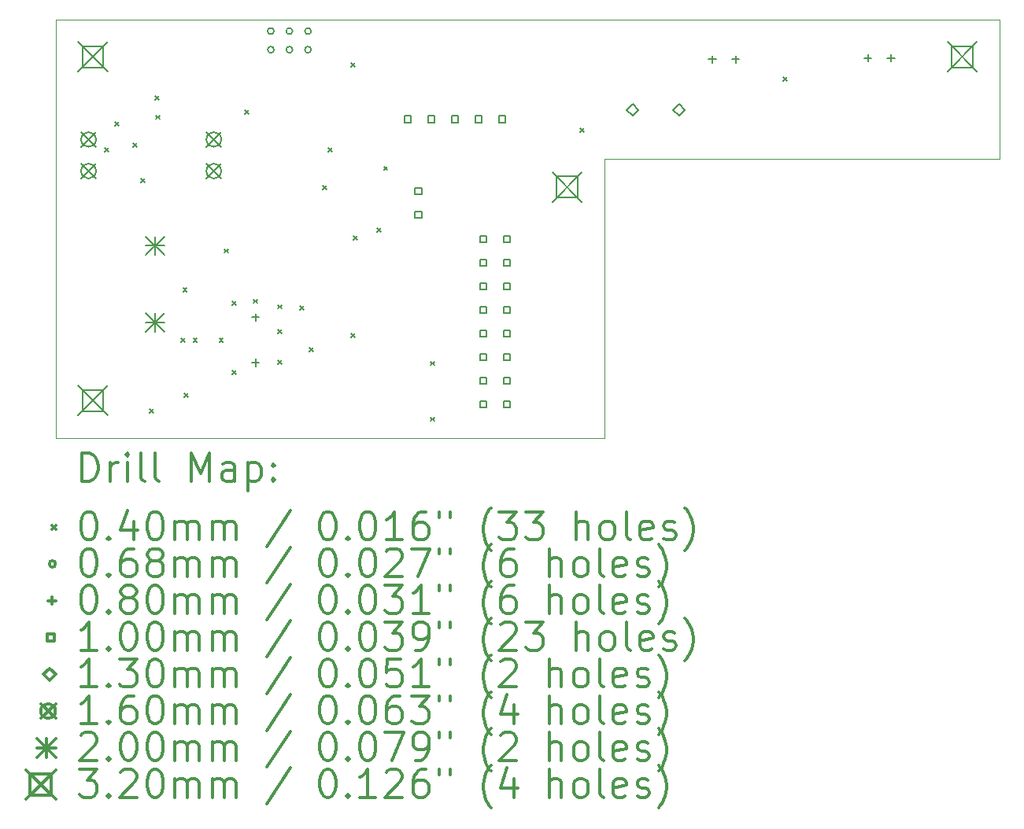
<source format=gbr>
%FSLAX45Y45*%
G04 Gerber Fmt 4.5, Leading zero omitted, Abs format (unit mm)*
G04 Created by KiCad (PCBNEW (5.1.2)-1) date 2022-03-08 20:04:27*
%MOMM*%
%LPD*%
G04 APERTURE LIST*
%ADD10C,0.050000*%
%ADD11C,0.200000*%
%ADD12C,0.300000*%
G04 APERTURE END LIST*
D10*
X21150000Y-6700000D02*
X21150000Y-8200000D01*
X11000000Y-11200000D02*
X16900000Y-11200000D01*
X16900000Y-8200000D02*
X16900000Y-11200000D01*
X21150000Y-8200000D02*
X16900000Y-8200000D01*
X21150000Y-6700000D02*
X11000000Y-6700000D01*
X11000000Y-6700000D02*
X11000000Y-11200000D01*
D11*
X11530000Y-8080000D02*
X11570000Y-8120000D01*
X11570000Y-8080000D02*
X11530000Y-8120000D01*
X11638600Y-7803200D02*
X11678600Y-7843200D01*
X11678600Y-7803200D02*
X11638600Y-7843200D01*
X11830000Y-8030000D02*
X11870000Y-8070000D01*
X11870000Y-8030000D02*
X11830000Y-8070000D01*
X11918000Y-8412800D02*
X11958000Y-8452800D01*
X11958000Y-8412800D02*
X11918000Y-8452800D01*
X12012300Y-10894700D02*
X12052300Y-10934700D01*
X12052300Y-10894700D02*
X12012300Y-10934700D01*
X12071635Y-7520741D02*
X12111635Y-7560741D01*
X12111635Y-7520741D02*
X12071635Y-7560741D01*
X12080000Y-7730000D02*
X12120000Y-7770000D01*
X12120000Y-7730000D02*
X12080000Y-7770000D01*
X12350000Y-10130000D02*
X12390000Y-10170000D01*
X12390000Y-10130000D02*
X12350000Y-10170000D01*
X12370000Y-9590000D02*
X12410000Y-9630000D01*
X12410000Y-9590000D02*
X12370000Y-9630000D01*
X12380000Y-10720000D02*
X12420000Y-10760000D01*
X12420000Y-10720000D02*
X12380000Y-10760000D01*
X12478948Y-10131052D02*
X12518948Y-10171052D01*
X12518948Y-10131052D02*
X12478948Y-10171052D01*
X12760000Y-10130000D02*
X12800000Y-10170000D01*
X12800000Y-10130000D02*
X12760000Y-10170000D01*
X12812068Y-9170000D02*
X12852068Y-9210000D01*
X12852068Y-9170000D02*
X12812068Y-9210000D01*
X12900000Y-9730000D02*
X12940000Y-9770000D01*
X12940000Y-9730000D02*
X12900000Y-9770000D01*
X12900000Y-10480000D02*
X12940000Y-10520000D01*
X12940000Y-10480000D02*
X12900000Y-10520000D01*
X13035195Y-7674805D02*
X13075195Y-7714805D01*
X13075195Y-7674805D02*
X13035195Y-7714805D01*
X13130000Y-9710000D02*
X13170000Y-9750000D01*
X13170000Y-9710000D02*
X13130000Y-9750000D01*
X13390000Y-9770000D02*
X13430000Y-9810000D01*
X13430000Y-9770000D02*
X13390000Y-9810000D01*
X13390000Y-10040000D02*
X13430000Y-10080000D01*
X13430000Y-10040000D02*
X13390000Y-10080000D01*
X13390000Y-10370000D02*
X13430000Y-10410000D01*
X13430000Y-10370000D02*
X13390000Y-10410000D01*
X13630000Y-9780000D02*
X13670000Y-9820000D01*
X13670000Y-9780000D02*
X13630000Y-9820000D01*
X13730000Y-10230000D02*
X13770000Y-10270000D01*
X13770000Y-10230000D02*
X13730000Y-10270000D01*
X13873800Y-8489000D02*
X13913800Y-8529000D01*
X13913800Y-8489000D02*
X13873800Y-8529000D01*
X13930000Y-8080000D02*
X13970000Y-8120000D01*
X13970000Y-8080000D02*
X13930000Y-8120000D01*
X14178600Y-7168200D02*
X14218600Y-7208200D01*
X14218600Y-7168200D02*
X14178600Y-7208200D01*
X14180000Y-10080000D02*
X14220000Y-10120000D01*
X14220000Y-10080000D02*
X14180000Y-10120000D01*
X14201387Y-9029452D02*
X14241387Y-9069452D01*
X14241387Y-9029452D02*
X14201387Y-9069452D01*
X14458000Y-8946200D02*
X14498000Y-8986200D01*
X14498000Y-8946200D02*
X14458000Y-8986200D01*
X14529808Y-8279812D02*
X14569808Y-8319812D01*
X14569808Y-8279812D02*
X14529808Y-8319812D01*
X15030000Y-10380000D02*
X15070000Y-10420000D01*
X15070000Y-10380000D02*
X15030000Y-10420000D01*
X15030000Y-10980000D02*
X15070000Y-11020000D01*
X15070000Y-10980000D02*
X15030000Y-11020000D01*
X16642400Y-7866780D02*
X16682400Y-7906780D01*
X16682400Y-7866780D02*
X16642400Y-7906780D01*
X18826800Y-7320600D02*
X18866800Y-7360600D01*
X18866800Y-7320600D02*
X18826800Y-7360600D01*
X13347308Y-6823024D02*
G75*
G03X13347308Y-6823024I-34000J0D01*
G01*
X13347308Y-7023024D02*
G75*
G03X13347308Y-7023024I-34000J0D01*
G01*
X13547308Y-6823024D02*
G75*
G03X13547308Y-6823024I-34000J0D01*
G01*
X13547308Y-7023024D02*
G75*
G03X13547308Y-7023024I-34000J0D01*
G01*
X13747308Y-6823024D02*
G75*
G03X13747308Y-6823024I-34000J0D01*
G01*
X13747308Y-7023024D02*
G75*
G03X13747308Y-7023024I-34000J0D01*
G01*
X13148056Y-9863460D02*
X13148056Y-9943460D01*
X13108056Y-9903460D02*
X13188056Y-9903460D01*
X13148056Y-10351460D02*
X13148056Y-10431460D01*
X13108056Y-10391460D02*
X13188056Y-10391460D01*
X19735800Y-7072000D02*
X19735800Y-7152000D01*
X19695800Y-7112000D02*
X19775800Y-7112000D01*
X19985800Y-7072000D02*
X19985800Y-7152000D01*
X19945800Y-7112000D02*
X20025800Y-7112000D01*
X18063400Y-7087240D02*
X18063400Y-7167240D01*
X18023400Y-7127240D02*
X18103400Y-7127240D01*
X18313400Y-7087240D02*
X18313400Y-7167240D01*
X18273400Y-7127240D02*
X18353400Y-7127240D01*
X14935356Y-8581356D02*
X14935356Y-8510644D01*
X14864644Y-8510644D01*
X14864644Y-8581356D01*
X14935356Y-8581356D01*
X14935356Y-8835356D02*
X14935356Y-8764644D01*
X14864644Y-8764644D01*
X14864644Y-8835356D01*
X14935356Y-8835356D01*
X14822220Y-7806232D02*
X14822220Y-7735520D01*
X14751508Y-7735520D01*
X14751508Y-7806232D01*
X14822220Y-7806232D01*
X15076220Y-7806232D02*
X15076220Y-7735520D01*
X15005508Y-7735520D01*
X15005508Y-7806232D01*
X15076220Y-7806232D01*
X15330220Y-7806232D02*
X15330220Y-7735520D01*
X15259508Y-7735520D01*
X15259508Y-7806232D01*
X15330220Y-7806232D01*
X15584220Y-7806232D02*
X15584220Y-7735520D01*
X15513508Y-7735520D01*
X15513508Y-7806232D01*
X15584220Y-7806232D01*
X15838220Y-7806232D02*
X15838220Y-7735520D01*
X15767508Y-7735520D01*
X15767508Y-7806232D01*
X15838220Y-7806232D01*
X15635356Y-9095536D02*
X15635356Y-9024824D01*
X15564644Y-9024824D01*
X15564644Y-9095536D01*
X15635356Y-9095536D01*
X15635356Y-9349536D02*
X15635356Y-9278824D01*
X15564644Y-9278824D01*
X15564644Y-9349536D01*
X15635356Y-9349536D01*
X15635356Y-9603536D02*
X15635356Y-9532824D01*
X15564644Y-9532824D01*
X15564644Y-9603536D01*
X15635356Y-9603536D01*
X15635356Y-9857536D02*
X15635356Y-9786824D01*
X15564644Y-9786824D01*
X15564644Y-9857536D01*
X15635356Y-9857536D01*
X15635356Y-10111536D02*
X15635356Y-10040824D01*
X15564644Y-10040824D01*
X15564644Y-10111536D01*
X15635356Y-10111536D01*
X15635356Y-10365536D02*
X15635356Y-10294824D01*
X15564644Y-10294824D01*
X15564644Y-10365536D01*
X15635356Y-10365536D01*
X15635356Y-10619536D02*
X15635356Y-10548824D01*
X15564644Y-10548824D01*
X15564644Y-10619536D01*
X15635356Y-10619536D01*
X15635356Y-10873536D02*
X15635356Y-10802824D01*
X15564644Y-10802824D01*
X15564644Y-10873536D01*
X15635356Y-10873536D01*
X15889356Y-9095536D02*
X15889356Y-9024824D01*
X15818644Y-9024824D01*
X15818644Y-9095536D01*
X15889356Y-9095536D01*
X15889356Y-9349536D02*
X15889356Y-9278824D01*
X15818644Y-9278824D01*
X15818644Y-9349536D01*
X15889356Y-9349536D01*
X15889356Y-9603536D02*
X15889356Y-9532824D01*
X15818644Y-9532824D01*
X15818644Y-9603536D01*
X15889356Y-9603536D01*
X15889356Y-9857536D02*
X15889356Y-9786824D01*
X15818644Y-9786824D01*
X15818644Y-9857536D01*
X15889356Y-9857536D01*
X15889356Y-10111536D02*
X15889356Y-10040824D01*
X15818644Y-10040824D01*
X15818644Y-10111536D01*
X15889356Y-10111536D01*
X15889356Y-10365536D02*
X15889356Y-10294824D01*
X15818644Y-10294824D01*
X15818644Y-10365536D01*
X15889356Y-10365536D01*
X15889356Y-10619536D02*
X15889356Y-10548824D01*
X15818644Y-10548824D01*
X15818644Y-10619536D01*
X15889356Y-10619536D01*
X15889356Y-10873536D02*
X15889356Y-10802824D01*
X15818644Y-10802824D01*
X15818644Y-10873536D01*
X15889356Y-10873536D01*
X17203800Y-7735800D02*
X17268800Y-7670800D01*
X17203800Y-7605800D01*
X17138800Y-7670800D01*
X17203800Y-7735800D01*
X17703800Y-7735800D02*
X17768800Y-7670800D01*
X17703800Y-7605800D01*
X17638800Y-7670800D01*
X17703800Y-7735800D01*
X11272892Y-7909496D02*
X11432892Y-8069496D01*
X11432892Y-7909496D02*
X11272892Y-8069496D01*
X11432892Y-7989496D02*
G75*
G03X11432892Y-7989496I-80000J0D01*
G01*
X11272892Y-8249496D02*
X11432892Y-8409496D01*
X11432892Y-8249496D02*
X11272892Y-8409496D01*
X11432892Y-8329496D02*
G75*
G03X11432892Y-8329496I-80000J0D01*
G01*
X12619892Y-7909496D02*
X12779892Y-8069496D01*
X12779892Y-7909496D02*
X12619892Y-8069496D01*
X12779892Y-7989496D02*
G75*
G03X12779892Y-7989496I-80000J0D01*
G01*
X12619892Y-8249496D02*
X12779892Y-8409496D01*
X12779892Y-8249496D02*
X12619892Y-8409496D01*
X12779892Y-8329496D02*
G75*
G03X12779892Y-8329496I-80000J0D01*
G01*
X11968556Y-9032816D02*
X12168556Y-9232816D01*
X12168556Y-9032816D02*
X11968556Y-9232816D01*
X12068556Y-9032816D02*
X12068556Y-9232816D01*
X11968556Y-9132816D02*
X12168556Y-9132816D01*
X11968556Y-9857816D02*
X12168556Y-10057816D01*
X12168556Y-9857816D02*
X11968556Y-10057816D01*
X12068556Y-9857816D02*
X12068556Y-10057816D01*
X11968556Y-9957816D02*
X12168556Y-9957816D01*
X11240000Y-10640000D02*
X11560000Y-10960000D01*
X11560000Y-10640000D02*
X11240000Y-10960000D01*
X11513138Y-10913138D02*
X11513138Y-10686862D01*
X11286862Y-10686862D01*
X11286862Y-10913138D01*
X11513138Y-10913138D01*
X20590000Y-6940000D02*
X20910000Y-7260000D01*
X20910000Y-6940000D02*
X20590000Y-7260000D01*
X20863138Y-7213138D02*
X20863138Y-6986862D01*
X20636862Y-6986862D01*
X20636862Y-7213138D01*
X20863138Y-7213138D01*
X16340000Y-8340000D02*
X16660000Y-8660000D01*
X16660000Y-8340000D02*
X16340000Y-8660000D01*
X16613138Y-8613138D02*
X16613138Y-8386862D01*
X16386862Y-8386862D01*
X16386862Y-8613138D01*
X16613138Y-8613138D01*
X11240000Y-6940000D02*
X11560000Y-7260000D01*
X11560000Y-6940000D02*
X11240000Y-7260000D01*
X11513138Y-7213138D02*
X11513138Y-6986862D01*
X11286862Y-6986862D01*
X11286862Y-7213138D01*
X11513138Y-7213138D01*
D12*
X11283928Y-11668214D02*
X11283928Y-11368214D01*
X11355357Y-11368214D01*
X11398214Y-11382500D01*
X11426786Y-11411071D01*
X11441071Y-11439643D01*
X11455357Y-11496786D01*
X11455357Y-11539643D01*
X11441071Y-11596786D01*
X11426786Y-11625357D01*
X11398214Y-11653929D01*
X11355357Y-11668214D01*
X11283928Y-11668214D01*
X11583928Y-11668214D02*
X11583928Y-11468214D01*
X11583928Y-11525357D02*
X11598214Y-11496786D01*
X11612500Y-11482500D01*
X11641071Y-11468214D01*
X11669643Y-11468214D01*
X11769643Y-11668214D02*
X11769643Y-11468214D01*
X11769643Y-11368214D02*
X11755357Y-11382500D01*
X11769643Y-11396786D01*
X11783928Y-11382500D01*
X11769643Y-11368214D01*
X11769643Y-11396786D01*
X11955357Y-11668214D02*
X11926786Y-11653929D01*
X11912500Y-11625357D01*
X11912500Y-11368214D01*
X12112500Y-11668214D02*
X12083928Y-11653929D01*
X12069643Y-11625357D01*
X12069643Y-11368214D01*
X12455357Y-11668214D02*
X12455357Y-11368214D01*
X12555357Y-11582500D01*
X12655357Y-11368214D01*
X12655357Y-11668214D01*
X12926786Y-11668214D02*
X12926786Y-11511071D01*
X12912500Y-11482500D01*
X12883928Y-11468214D01*
X12826786Y-11468214D01*
X12798214Y-11482500D01*
X12926786Y-11653929D02*
X12898214Y-11668214D01*
X12826786Y-11668214D01*
X12798214Y-11653929D01*
X12783928Y-11625357D01*
X12783928Y-11596786D01*
X12798214Y-11568214D01*
X12826786Y-11553929D01*
X12898214Y-11553929D01*
X12926786Y-11539643D01*
X13069643Y-11468214D02*
X13069643Y-11768214D01*
X13069643Y-11482500D02*
X13098214Y-11468214D01*
X13155357Y-11468214D01*
X13183928Y-11482500D01*
X13198214Y-11496786D01*
X13212500Y-11525357D01*
X13212500Y-11611071D01*
X13198214Y-11639643D01*
X13183928Y-11653929D01*
X13155357Y-11668214D01*
X13098214Y-11668214D01*
X13069643Y-11653929D01*
X13341071Y-11639643D02*
X13355357Y-11653929D01*
X13341071Y-11668214D01*
X13326786Y-11653929D01*
X13341071Y-11639643D01*
X13341071Y-11668214D01*
X13341071Y-11482500D02*
X13355357Y-11496786D01*
X13341071Y-11511071D01*
X13326786Y-11496786D01*
X13341071Y-11482500D01*
X13341071Y-11511071D01*
X10957500Y-12142500D02*
X10997500Y-12182500D01*
X10997500Y-12142500D02*
X10957500Y-12182500D01*
X11341071Y-11998214D02*
X11369643Y-11998214D01*
X11398214Y-12012500D01*
X11412500Y-12026786D01*
X11426786Y-12055357D01*
X11441071Y-12112500D01*
X11441071Y-12183929D01*
X11426786Y-12241071D01*
X11412500Y-12269643D01*
X11398214Y-12283929D01*
X11369643Y-12298214D01*
X11341071Y-12298214D01*
X11312500Y-12283929D01*
X11298214Y-12269643D01*
X11283928Y-12241071D01*
X11269643Y-12183929D01*
X11269643Y-12112500D01*
X11283928Y-12055357D01*
X11298214Y-12026786D01*
X11312500Y-12012500D01*
X11341071Y-11998214D01*
X11569643Y-12269643D02*
X11583928Y-12283929D01*
X11569643Y-12298214D01*
X11555357Y-12283929D01*
X11569643Y-12269643D01*
X11569643Y-12298214D01*
X11841071Y-12098214D02*
X11841071Y-12298214D01*
X11769643Y-11983929D02*
X11698214Y-12198214D01*
X11883928Y-12198214D01*
X12055357Y-11998214D02*
X12083928Y-11998214D01*
X12112500Y-12012500D01*
X12126786Y-12026786D01*
X12141071Y-12055357D01*
X12155357Y-12112500D01*
X12155357Y-12183929D01*
X12141071Y-12241071D01*
X12126786Y-12269643D01*
X12112500Y-12283929D01*
X12083928Y-12298214D01*
X12055357Y-12298214D01*
X12026786Y-12283929D01*
X12012500Y-12269643D01*
X11998214Y-12241071D01*
X11983928Y-12183929D01*
X11983928Y-12112500D01*
X11998214Y-12055357D01*
X12012500Y-12026786D01*
X12026786Y-12012500D01*
X12055357Y-11998214D01*
X12283928Y-12298214D02*
X12283928Y-12098214D01*
X12283928Y-12126786D02*
X12298214Y-12112500D01*
X12326786Y-12098214D01*
X12369643Y-12098214D01*
X12398214Y-12112500D01*
X12412500Y-12141071D01*
X12412500Y-12298214D01*
X12412500Y-12141071D02*
X12426786Y-12112500D01*
X12455357Y-12098214D01*
X12498214Y-12098214D01*
X12526786Y-12112500D01*
X12541071Y-12141071D01*
X12541071Y-12298214D01*
X12683928Y-12298214D02*
X12683928Y-12098214D01*
X12683928Y-12126786D02*
X12698214Y-12112500D01*
X12726786Y-12098214D01*
X12769643Y-12098214D01*
X12798214Y-12112500D01*
X12812500Y-12141071D01*
X12812500Y-12298214D01*
X12812500Y-12141071D02*
X12826786Y-12112500D01*
X12855357Y-12098214D01*
X12898214Y-12098214D01*
X12926786Y-12112500D01*
X12941071Y-12141071D01*
X12941071Y-12298214D01*
X13526786Y-11983929D02*
X13269643Y-12369643D01*
X13912500Y-11998214D02*
X13941071Y-11998214D01*
X13969643Y-12012500D01*
X13983928Y-12026786D01*
X13998214Y-12055357D01*
X14012500Y-12112500D01*
X14012500Y-12183929D01*
X13998214Y-12241071D01*
X13983928Y-12269643D01*
X13969643Y-12283929D01*
X13941071Y-12298214D01*
X13912500Y-12298214D01*
X13883928Y-12283929D01*
X13869643Y-12269643D01*
X13855357Y-12241071D01*
X13841071Y-12183929D01*
X13841071Y-12112500D01*
X13855357Y-12055357D01*
X13869643Y-12026786D01*
X13883928Y-12012500D01*
X13912500Y-11998214D01*
X14141071Y-12269643D02*
X14155357Y-12283929D01*
X14141071Y-12298214D01*
X14126786Y-12283929D01*
X14141071Y-12269643D01*
X14141071Y-12298214D01*
X14341071Y-11998214D02*
X14369643Y-11998214D01*
X14398214Y-12012500D01*
X14412500Y-12026786D01*
X14426786Y-12055357D01*
X14441071Y-12112500D01*
X14441071Y-12183929D01*
X14426786Y-12241071D01*
X14412500Y-12269643D01*
X14398214Y-12283929D01*
X14369643Y-12298214D01*
X14341071Y-12298214D01*
X14312500Y-12283929D01*
X14298214Y-12269643D01*
X14283928Y-12241071D01*
X14269643Y-12183929D01*
X14269643Y-12112500D01*
X14283928Y-12055357D01*
X14298214Y-12026786D01*
X14312500Y-12012500D01*
X14341071Y-11998214D01*
X14726786Y-12298214D02*
X14555357Y-12298214D01*
X14641071Y-12298214D02*
X14641071Y-11998214D01*
X14612500Y-12041071D01*
X14583928Y-12069643D01*
X14555357Y-12083929D01*
X14983928Y-11998214D02*
X14926786Y-11998214D01*
X14898214Y-12012500D01*
X14883928Y-12026786D01*
X14855357Y-12069643D01*
X14841071Y-12126786D01*
X14841071Y-12241071D01*
X14855357Y-12269643D01*
X14869643Y-12283929D01*
X14898214Y-12298214D01*
X14955357Y-12298214D01*
X14983928Y-12283929D01*
X14998214Y-12269643D01*
X15012500Y-12241071D01*
X15012500Y-12169643D01*
X14998214Y-12141071D01*
X14983928Y-12126786D01*
X14955357Y-12112500D01*
X14898214Y-12112500D01*
X14869643Y-12126786D01*
X14855357Y-12141071D01*
X14841071Y-12169643D01*
X15126786Y-11998214D02*
X15126786Y-12055357D01*
X15241071Y-11998214D02*
X15241071Y-12055357D01*
X15683928Y-12412500D02*
X15669643Y-12398214D01*
X15641071Y-12355357D01*
X15626786Y-12326786D01*
X15612500Y-12283929D01*
X15598214Y-12212500D01*
X15598214Y-12155357D01*
X15612500Y-12083929D01*
X15626786Y-12041071D01*
X15641071Y-12012500D01*
X15669643Y-11969643D01*
X15683928Y-11955357D01*
X15769643Y-11998214D02*
X15955357Y-11998214D01*
X15855357Y-12112500D01*
X15898214Y-12112500D01*
X15926786Y-12126786D01*
X15941071Y-12141071D01*
X15955357Y-12169643D01*
X15955357Y-12241071D01*
X15941071Y-12269643D01*
X15926786Y-12283929D01*
X15898214Y-12298214D01*
X15812500Y-12298214D01*
X15783928Y-12283929D01*
X15769643Y-12269643D01*
X16055357Y-11998214D02*
X16241071Y-11998214D01*
X16141071Y-12112500D01*
X16183928Y-12112500D01*
X16212500Y-12126786D01*
X16226786Y-12141071D01*
X16241071Y-12169643D01*
X16241071Y-12241071D01*
X16226786Y-12269643D01*
X16212500Y-12283929D01*
X16183928Y-12298214D01*
X16098214Y-12298214D01*
X16069643Y-12283929D01*
X16055357Y-12269643D01*
X16598214Y-12298214D02*
X16598214Y-11998214D01*
X16726786Y-12298214D02*
X16726786Y-12141071D01*
X16712500Y-12112500D01*
X16683928Y-12098214D01*
X16641071Y-12098214D01*
X16612500Y-12112500D01*
X16598214Y-12126786D01*
X16912500Y-12298214D02*
X16883928Y-12283929D01*
X16869643Y-12269643D01*
X16855357Y-12241071D01*
X16855357Y-12155357D01*
X16869643Y-12126786D01*
X16883928Y-12112500D01*
X16912500Y-12098214D01*
X16955357Y-12098214D01*
X16983928Y-12112500D01*
X16998214Y-12126786D01*
X17012500Y-12155357D01*
X17012500Y-12241071D01*
X16998214Y-12269643D01*
X16983928Y-12283929D01*
X16955357Y-12298214D01*
X16912500Y-12298214D01*
X17183928Y-12298214D02*
X17155357Y-12283929D01*
X17141071Y-12255357D01*
X17141071Y-11998214D01*
X17412500Y-12283929D02*
X17383928Y-12298214D01*
X17326786Y-12298214D01*
X17298214Y-12283929D01*
X17283928Y-12255357D01*
X17283928Y-12141071D01*
X17298214Y-12112500D01*
X17326786Y-12098214D01*
X17383928Y-12098214D01*
X17412500Y-12112500D01*
X17426786Y-12141071D01*
X17426786Y-12169643D01*
X17283928Y-12198214D01*
X17541071Y-12283929D02*
X17569643Y-12298214D01*
X17626786Y-12298214D01*
X17655357Y-12283929D01*
X17669643Y-12255357D01*
X17669643Y-12241071D01*
X17655357Y-12212500D01*
X17626786Y-12198214D01*
X17583928Y-12198214D01*
X17555357Y-12183929D01*
X17541071Y-12155357D01*
X17541071Y-12141071D01*
X17555357Y-12112500D01*
X17583928Y-12098214D01*
X17626786Y-12098214D01*
X17655357Y-12112500D01*
X17769643Y-12412500D02*
X17783928Y-12398214D01*
X17812500Y-12355357D01*
X17826786Y-12326786D01*
X17841071Y-12283929D01*
X17855357Y-12212500D01*
X17855357Y-12155357D01*
X17841071Y-12083929D01*
X17826786Y-12041071D01*
X17812500Y-12012500D01*
X17783928Y-11969643D01*
X17769643Y-11955357D01*
X10997500Y-12558500D02*
G75*
G03X10997500Y-12558500I-34000J0D01*
G01*
X11341071Y-12394214D02*
X11369643Y-12394214D01*
X11398214Y-12408500D01*
X11412500Y-12422786D01*
X11426786Y-12451357D01*
X11441071Y-12508500D01*
X11441071Y-12579929D01*
X11426786Y-12637071D01*
X11412500Y-12665643D01*
X11398214Y-12679929D01*
X11369643Y-12694214D01*
X11341071Y-12694214D01*
X11312500Y-12679929D01*
X11298214Y-12665643D01*
X11283928Y-12637071D01*
X11269643Y-12579929D01*
X11269643Y-12508500D01*
X11283928Y-12451357D01*
X11298214Y-12422786D01*
X11312500Y-12408500D01*
X11341071Y-12394214D01*
X11569643Y-12665643D02*
X11583928Y-12679929D01*
X11569643Y-12694214D01*
X11555357Y-12679929D01*
X11569643Y-12665643D01*
X11569643Y-12694214D01*
X11841071Y-12394214D02*
X11783928Y-12394214D01*
X11755357Y-12408500D01*
X11741071Y-12422786D01*
X11712500Y-12465643D01*
X11698214Y-12522786D01*
X11698214Y-12637071D01*
X11712500Y-12665643D01*
X11726786Y-12679929D01*
X11755357Y-12694214D01*
X11812500Y-12694214D01*
X11841071Y-12679929D01*
X11855357Y-12665643D01*
X11869643Y-12637071D01*
X11869643Y-12565643D01*
X11855357Y-12537071D01*
X11841071Y-12522786D01*
X11812500Y-12508500D01*
X11755357Y-12508500D01*
X11726786Y-12522786D01*
X11712500Y-12537071D01*
X11698214Y-12565643D01*
X12041071Y-12522786D02*
X12012500Y-12508500D01*
X11998214Y-12494214D01*
X11983928Y-12465643D01*
X11983928Y-12451357D01*
X11998214Y-12422786D01*
X12012500Y-12408500D01*
X12041071Y-12394214D01*
X12098214Y-12394214D01*
X12126786Y-12408500D01*
X12141071Y-12422786D01*
X12155357Y-12451357D01*
X12155357Y-12465643D01*
X12141071Y-12494214D01*
X12126786Y-12508500D01*
X12098214Y-12522786D01*
X12041071Y-12522786D01*
X12012500Y-12537071D01*
X11998214Y-12551357D01*
X11983928Y-12579929D01*
X11983928Y-12637071D01*
X11998214Y-12665643D01*
X12012500Y-12679929D01*
X12041071Y-12694214D01*
X12098214Y-12694214D01*
X12126786Y-12679929D01*
X12141071Y-12665643D01*
X12155357Y-12637071D01*
X12155357Y-12579929D01*
X12141071Y-12551357D01*
X12126786Y-12537071D01*
X12098214Y-12522786D01*
X12283928Y-12694214D02*
X12283928Y-12494214D01*
X12283928Y-12522786D02*
X12298214Y-12508500D01*
X12326786Y-12494214D01*
X12369643Y-12494214D01*
X12398214Y-12508500D01*
X12412500Y-12537071D01*
X12412500Y-12694214D01*
X12412500Y-12537071D02*
X12426786Y-12508500D01*
X12455357Y-12494214D01*
X12498214Y-12494214D01*
X12526786Y-12508500D01*
X12541071Y-12537071D01*
X12541071Y-12694214D01*
X12683928Y-12694214D02*
X12683928Y-12494214D01*
X12683928Y-12522786D02*
X12698214Y-12508500D01*
X12726786Y-12494214D01*
X12769643Y-12494214D01*
X12798214Y-12508500D01*
X12812500Y-12537071D01*
X12812500Y-12694214D01*
X12812500Y-12537071D02*
X12826786Y-12508500D01*
X12855357Y-12494214D01*
X12898214Y-12494214D01*
X12926786Y-12508500D01*
X12941071Y-12537071D01*
X12941071Y-12694214D01*
X13526786Y-12379929D02*
X13269643Y-12765643D01*
X13912500Y-12394214D02*
X13941071Y-12394214D01*
X13969643Y-12408500D01*
X13983928Y-12422786D01*
X13998214Y-12451357D01*
X14012500Y-12508500D01*
X14012500Y-12579929D01*
X13998214Y-12637071D01*
X13983928Y-12665643D01*
X13969643Y-12679929D01*
X13941071Y-12694214D01*
X13912500Y-12694214D01*
X13883928Y-12679929D01*
X13869643Y-12665643D01*
X13855357Y-12637071D01*
X13841071Y-12579929D01*
X13841071Y-12508500D01*
X13855357Y-12451357D01*
X13869643Y-12422786D01*
X13883928Y-12408500D01*
X13912500Y-12394214D01*
X14141071Y-12665643D02*
X14155357Y-12679929D01*
X14141071Y-12694214D01*
X14126786Y-12679929D01*
X14141071Y-12665643D01*
X14141071Y-12694214D01*
X14341071Y-12394214D02*
X14369643Y-12394214D01*
X14398214Y-12408500D01*
X14412500Y-12422786D01*
X14426786Y-12451357D01*
X14441071Y-12508500D01*
X14441071Y-12579929D01*
X14426786Y-12637071D01*
X14412500Y-12665643D01*
X14398214Y-12679929D01*
X14369643Y-12694214D01*
X14341071Y-12694214D01*
X14312500Y-12679929D01*
X14298214Y-12665643D01*
X14283928Y-12637071D01*
X14269643Y-12579929D01*
X14269643Y-12508500D01*
X14283928Y-12451357D01*
X14298214Y-12422786D01*
X14312500Y-12408500D01*
X14341071Y-12394214D01*
X14555357Y-12422786D02*
X14569643Y-12408500D01*
X14598214Y-12394214D01*
X14669643Y-12394214D01*
X14698214Y-12408500D01*
X14712500Y-12422786D01*
X14726786Y-12451357D01*
X14726786Y-12479929D01*
X14712500Y-12522786D01*
X14541071Y-12694214D01*
X14726786Y-12694214D01*
X14826786Y-12394214D02*
X15026786Y-12394214D01*
X14898214Y-12694214D01*
X15126786Y-12394214D02*
X15126786Y-12451357D01*
X15241071Y-12394214D02*
X15241071Y-12451357D01*
X15683928Y-12808500D02*
X15669643Y-12794214D01*
X15641071Y-12751357D01*
X15626786Y-12722786D01*
X15612500Y-12679929D01*
X15598214Y-12608500D01*
X15598214Y-12551357D01*
X15612500Y-12479929D01*
X15626786Y-12437071D01*
X15641071Y-12408500D01*
X15669643Y-12365643D01*
X15683928Y-12351357D01*
X15926786Y-12394214D02*
X15869643Y-12394214D01*
X15841071Y-12408500D01*
X15826786Y-12422786D01*
X15798214Y-12465643D01*
X15783928Y-12522786D01*
X15783928Y-12637071D01*
X15798214Y-12665643D01*
X15812500Y-12679929D01*
X15841071Y-12694214D01*
X15898214Y-12694214D01*
X15926786Y-12679929D01*
X15941071Y-12665643D01*
X15955357Y-12637071D01*
X15955357Y-12565643D01*
X15941071Y-12537071D01*
X15926786Y-12522786D01*
X15898214Y-12508500D01*
X15841071Y-12508500D01*
X15812500Y-12522786D01*
X15798214Y-12537071D01*
X15783928Y-12565643D01*
X16312500Y-12694214D02*
X16312500Y-12394214D01*
X16441071Y-12694214D02*
X16441071Y-12537071D01*
X16426786Y-12508500D01*
X16398214Y-12494214D01*
X16355357Y-12494214D01*
X16326786Y-12508500D01*
X16312500Y-12522786D01*
X16626786Y-12694214D02*
X16598214Y-12679929D01*
X16583928Y-12665643D01*
X16569643Y-12637071D01*
X16569643Y-12551357D01*
X16583928Y-12522786D01*
X16598214Y-12508500D01*
X16626786Y-12494214D01*
X16669643Y-12494214D01*
X16698214Y-12508500D01*
X16712500Y-12522786D01*
X16726786Y-12551357D01*
X16726786Y-12637071D01*
X16712500Y-12665643D01*
X16698214Y-12679929D01*
X16669643Y-12694214D01*
X16626786Y-12694214D01*
X16898214Y-12694214D02*
X16869643Y-12679929D01*
X16855357Y-12651357D01*
X16855357Y-12394214D01*
X17126786Y-12679929D02*
X17098214Y-12694214D01*
X17041071Y-12694214D01*
X17012500Y-12679929D01*
X16998214Y-12651357D01*
X16998214Y-12537071D01*
X17012500Y-12508500D01*
X17041071Y-12494214D01*
X17098214Y-12494214D01*
X17126786Y-12508500D01*
X17141071Y-12537071D01*
X17141071Y-12565643D01*
X16998214Y-12594214D01*
X17255357Y-12679929D02*
X17283928Y-12694214D01*
X17341071Y-12694214D01*
X17369643Y-12679929D01*
X17383928Y-12651357D01*
X17383928Y-12637071D01*
X17369643Y-12608500D01*
X17341071Y-12594214D01*
X17298214Y-12594214D01*
X17269643Y-12579929D01*
X17255357Y-12551357D01*
X17255357Y-12537071D01*
X17269643Y-12508500D01*
X17298214Y-12494214D01*
X17341071Y-12494214D01*
X17369643Y-12508500D01*
X17483928Y-12808500D02*
X17498214Y-12794214D01*
X17526786Y-12751357D01*
X17541071Y-12722786D01*
X17555357Y-12679929D01*
X17569643Y-12608500D01*
X17569643Y-12551357D01*
X17555357Y-12479929D01*
X17541071Y-12437071D01*
X17526786Y-12408500D01*
X17498214Y-12365643D01*
X17483928Y-12351357D01*
X10957500Y-12914500D02*
X10957500Y-12994500D01*
X10917500Y-12954500D02*
X10997500Y-12954500D01*
X11341071Y-12790214D02*
X11369643Y-12790214D01*
X11398214Y-12804500D01*
X11412500Y-12818786D01*
X11426786Y-12847357D01*
X11441071Y-12904500D01*
X11441071Y-12975929D01*
X11426786Y-13033071D01*
X11412500Y-13061643D01*
X11398214Y-13075929D01*
X11369643Y-13090214D01*
X11341071Y-13090214D01*
X11312500Y-13075929D01*
X11298214Y-13061643D01*
X11283928Y-13033071D01*
X11269643Y-12975929D01*
X11269643Y-12904500D01*
X11283928Y-12847357D01*
X11298214Y-12818786D01*
X11312500Y-12804500D01*
X11341071Y-12790214D01*
X11569643Y-13061643D02*
X11583928Y-13075929D01*
X11569643Y-13090214D01*
X11555357Y-13075929D01*
X11569643Y-13061643D01*
X11569643Y-13090214D01*
X11755357Y-12918786D02*
X11726786Y-12904500D01*
X11712500Y-12890214D01*
X11698214Y-12861643D01*
X11698214Y-12847357D01*
X11712500Y-12818786D01*
X11726786Y-12804500D01*
X11755357Y-12790214D01*
X11812500Y-12790214D01*
X11841071Y-12804500D01*
X11855357Y-12818786D01*
X11869643Y-12847357D01*
X11869643Y-12861643D01*
X11855357Y-12890214D01*
X11841071Y-12904500D01*
X11812500Y-12918786D01*
X11755357Y-12918786D01*
X11726786Y-12933071D01*
X11712500Y-12947357D01*
X11698214Y-12975929D01*
X11698214Y-13033071D01*
X11712500Y-13061643D01*
X11726786Y-13075929D01*
X11755357Y-13090214D01*
X11812500Y-13090214D01*
X11841071Y-13075929D01*
X11855357Y-13061643D01*
X11869643Y-13033071D01*
X11869643Y-12975929D01*
X11855357Y-12947357D01*
X11841071Y-12933071D01*
X11812500Y-12918786D01*
X12055357Y-12790214D02*
X12083928Y-12790214D01*
X12112500Y-12804500D01*
X12126786Y-12818786D01*
X12141071Y-12847357D01*
X12155357Y-12904500D01*
X12155357Y-12975929D01*
X12141071Y-13033071D01*
X12126786Y-13061643D01*
X12112500Y-13075929D01*
X12083928Y-13090214D01*
X12055357Y-13090214D01*
X12026786Y-13075929D01*
X12012500Y-13061643D01*
X11998214Y-13033071D01*
X11983928Y-12975929D01*
X11983928Y-12904500D01*
X11998214Y-12847357D01*
X12012500Y-12818786D01*
X12026786Y-12804500D01*
X12055357Y-12790214D01*
X12283928Y-13090214D02*
X12283928Y-12890214D01*
X12283928Y-12918786D02*
X12298214Y-12904500D01*
X12326786Y-12890214D01*
X12369643Y-12890214D01*
X12398214Y-12904500D01*
X12412500Y-12933071D01*
X12412500Y-13090214D01*
X12412500Y-12933071D02*
X12426786Y-12904500D01*
X12455357Y-12890214D01*
X12498214Y-12890214D01*
X12526786Y-12904500D01*
X12541071Y-12933071D01*
X12541071Y-13090214D01*
X12683928Y-13090214D02*
X12683928Y-12890214D01*
X12683928Y-12918786D02*
X12698214Y-12904500D01*
X12726786Y-12890214D01*
X12769643Y-12890214D01*
X12798214Y-12904500D01*
X12812500Y-12933071D01*
X12812500Y-13090214D01*
X12812500Y-12933071D02*
X12826786Y-12904500D01*
X12855357Y-12890214D01*
X12898214Y-12890214D01*
X12926786Y-12904500D01*
X12941071Y-12933071D01*
X12941071Y-13090214D01*
X13526786Y-12775929D02*
X13269643Y-13161643D01*
X13912500Y-12790214D02*
X13941071Y-12790214D01*
X13969643Y-12804500D01*
X13983928Y-12818786D01*
X13998214Y-12847357D01*
X14012500Y-12904500D01*
X14012500Y-12975929D01*
X13998214Y-13033071D01*
X13983928Y-13061643D01*
X13969643Y-13075929D01*
X13941071Y-13090214D01*
X13912500Y-13090214D01*
X13883928Y-13075929D01*
X13869643Y-13061643D01*
X13855357Y-13033071D01*
X13841071Y-12975929D01*
X13841071Y-12904500D01*
X13855357Y-12847357D01*
X13869643Y-12818786D01*
X13883928Y-12804500D01*
X13912500Y-12790214D01*
X14141071Y-13061643D02*
X14155357Y-13075929D01*
X14141071Y-13090214D01*
X14126786Y-13075929D01*
X14141071Y-13061643D01*
X14141071Y-13090214D01*
X14341071Y-12790214D02*
X14369643Y-12790214D01*
X14398214Y-12804500D01*
X14412500Y-12818786D01*
X14426786Y-12847357D01*
X14441071Y-12904500D01*
X14441071Y-12975929D01*
X14426786Y-13033071D01*
X14412500Y-13061643D01*
X14398214Y-13075929D01*
X14369643Y-13090214D01*
X14341071Y-13090214D01*
X14312500Y-13075929D01*
X14298214Y-13061643D01*
X14283928Y-13033071D01*
X14269643Y-12975929D01*
X14269643Y-12904500D01*
X14283928Y-12847357D01*
X14298214Y-12818786D01*
X14312500Y-12804500D01*
X14341071Y-12790214D01*
X14541071Y-12790214D02*
X14726786Y-12790214D01*
X14626786Y-12904500D01*
X14669643Y-12904500D01*
X14698214Y-12918786D01*
X14712500Y-12933071D01*
X14726786Y-12961643D01*
X14726786Y-13033071D01*
X14712500Y-13061643D01*
X14698214Y-13075929D01*
X14669643Y-13090214D01*
X14583928Y-13090214D01*
X14555357Y-13075929D01*
X14541071Y-13061643D01*
X15012500Y-13090214D02*
X14841071Y-13090214D01*
X14926786Y-13090214D02*
X14926786Y-12790214D01*
X14898214Y-12833071D01*
X14869643Y-12861643D01*
X14841071Y-12875929D01*
X15126786Y-12790214D02*
X15126786Y-12847357D01*
X15241071Y-12790214D02*
X15241071Y-12847357D01*
X15683928Y-13204500D02*
X15669643Y-13190214D01*
X15641071Y-13147357D01*
X15626786Y-13118786D01*
X15612500Y-13075929D01*
X15598214Y-13004500D01*
X15598214Y-12947357D01*
X15612500Y-12875929D01*
X15626786Y-12833071D01*
X15641071Y-12804500D01*
X15669643Y-12761643D01*
X15683928Y-12747357D01*
X15926786Y-12790214D02*
X15869643Y-12790214D01*
X15841071Y-12804500D01*
X15826786Y-12818786D01*
X15798214Y-12861643D01*
X15783928Y-12918786D01*
X15783928Y-13033071D01*
X15798214Y-13061643D01*
X15812500Y-13075929D01*
X15841071Y-13090214D01*
X15898214Y-13090214D01*
X15926786Y-13075929D01*
X15941071Y-13061643D01*
X15955357Y-13033071D01*
X15955357Y-12961643D01*
X15941071Y-12933071D01*
X15926786Y-12918786D01*
X15898214Y-12904500D01*
X15841071Y-12904500D01*
X15812500Y-12918786D01*
X15798214Y-12933071D01*
X15783928Y-12961643D01*
X16312500Y-13090214D02*
X16312500Y-12790214D01*
X16441071Y-13090214D02*
X16441071Y-12933071D01*
X16426786Y-12904500D01*
X16398214Y-12890214D01*
X16355357Y-12890214D01*
X16326786Y-12904500D01*
X16312500Y-12918786D01*
X16626786Y-13090214D02*
X16598214Y-13075929D01*
X16583928Y-13061643D01*
X16569643Y-13033071D01*
X16569643Y-12947357D01*
X16583928Y-12918786D01*
X16598214Y-12904500D01*
X16626786Y-12890214D01*
X16669643Y-12890214D01*
X16698214Y-12904500D01*
X16712500Y-12918786D01*
X16726786Y-12947357D01*
X16726786Y-13033071D01*
X16712500Y-13061643D01*
X16698214Y-13075929D01*
X16669643Y-13090214D01*
X16626786Y-13090214D01*
X16898214Y-13090214D02*
X16869643Y-13075929D01*
X16855357Y-13047357D01*
X16855357Y-12790214D01*
X17126786Y-13075929D02*
X17098214Y-13090214D01*
X17041071Y-13090214D01*
X17012500Y-13075929D01*
X16998214Y-13047357D01*
X16998214Y-12933071D01*
X17012500Y-12904500D01*
X17041071Y-12890214D01*
X17098214Y-12890214D01*
X17126786Y-12904500D01*
X17141071Y-12933071D01*
X17141071Y-12961643D01*
X16998214Y-12990214D01*
X17255357Y-13075929D02*
X17283928Y-13090214D01*
X17341071Y-13090214D01*
X17369643Y-13075929D01*
X17383928Y-13047357D01*
X17383928Y-13033071D01*
X17369643Y-13004500D01*
X17341071Y-12990214D01*
X17298214Y-12990214D01*
X17269643Y-12975929D01*
X17255357Y-12947357D01*
X17255357Y-12933071D01*
X17269643Y-12904500D01*
X17298214Y-12890214D01*
X17341071Y-12890214D01*
X17369643Y-12904500D01*
X17483928Y-13204500D02*
X17498214Y-13190214D01*
X17526786Y-13147357D01*
X17541071Y-13118786D01*
X17555357Y-13075929D01*
X17569643Y-13004500D01*
X17569643Y-12947357D01*
X17555357Y-12875929D01*
X17541071Y-12833071D01*
X17526786Y-12804500D01*
X17498214Y-12761643D01*
X17483928Y-12747357D01*
X10982856Y-13385856D02*
X10982856Y-13315144D01*
X10912144Y-13315144D01*
X10912144Y-13385856D01*
X10982856Y-13385856D01*
X11441071Y-13486214D02*
X11269643Y-13486214D01*
X11355357Y-13486214D02*
X11355357Y-13186214D01*
X11326786Y-13229071D01*
X11298214Y-13257643D01*
X11269643Y-13271929D01*
X11569643Y-13457643D02*
X11583928Y-13471929D01*
X11569643Y-13486214D01*
X11555357Y-13471929D01*
X11569643Y-13457643D01*
X11569643Y-13486214D01*
X11769643Y-13186214D02*
X11798214Y-13186214D01*
X11826786Y-13200500D01*
X11841071Y-13214786D01*
X11855357Y-13243357D01*
X11869643Y-13300500D01*
X11869643Y-13371929D01*
X11855357Y-13429071D01*
X11841071Y-13457643D01*
X11826786Y-13471929D01*
X11798214Y-13486214D01*
X11769643Y-13486214D01*
X11741071Y-13471929D01*
X11726786Y-13457643D01*
X11712500Y-13429071D01*
X11698214Y-13371929D01*
X11698214Y-13300500D01*
X11712500Y-13243357D01*
X11726786Y-13214786D01*
X11741071Y-13200500D01*
X11769643Y-13186214D01*
X12055357Y-13186214D02*
X12083928Y-13186214D01*
X12112500Y-13200500D01*
X12126786Y-13214786D01*
X12141071Y-13243357D01*
X12155357Y-13300500D01*
X12155357Y-13371929D01*
X12141071Y-13429071D01*
X12126786Y-13457643D01*
X12112500Y-13471929D01*
X12083928Y-13486214D01*
X12055357Y-13486214D01*
X12026786Y-13471929D01*
X12012500Y-13457643D01*
X11998214Y-13429071D01*
X11983928Y-13371929D01*
X11983928Y-13300500D01*
X11998214Y-13243357D01*
X12012500Y-13214786D01*
X12026786Y-13200500D01*
X12055357Y-13186214D01*
X12283928Y-13486214D02*
X12283928Y-13286214D01*
X12283928Y-13314786D02*
X12298214Y-13300500D01*
X12326786Y-13286214D01*
X12369643Y-13286214D01*
X12398214Y-13300500D01*
X12412500Y-13329071D01*
X12412500Y-13486214D01*
X12412500Y-13329071D02*
X12426786Y-13300500D01*
X12455357Y-13286214D01*
X12498214Y-13286214D01*
X12526786Y-13300500D01*
X12541071Y-13329071D01*
X12541071Y-13486214D01*
X12683928Y-13486214D02*
X12683928Y-13286214D01*
X12683928Y-13314786D02*
X12698214Y-13300500D01*
X12726786Y-13286214D01*
X12769643Y-13286214D01*
X12798214Y-13300500D01*
X12812500Y-13329071D01*
X12812500Y-13486214D01*
X12812500Y-13329071D02*
X12826786Y-13300500D01*
X12855357Y-13286214D01*
X12898214Y-13286214D01*
X12926786Y-13300500D01*
X12941071Y-13329071D01*
X12941071Y-13486214D01*
X13526786Y-13171929D02*
X13269643Y-13557643D01*
X13912500Y-13186214D02*
X13941071Y-13186214D01*
X13969643Y-13200500D01*
X13983928Y-13214786D01*
X13998214Y-13243357D01*
X14012500Y-13300500D01*
X14012500Y-13371929D01*
X13998214Y-13429071D01*
X13983928Y-13457643D01*
X13969643Y-13471929D01*
X13941071Y-13486214D01*
X13912500Y-13486214D01*
X13883928Y-13471929D01*
X13869643Y-13457643D01*
X13855357Y-13429071D01*
X13841071Y-13371929D01*
X13841071Y-13300500D01*
X13855357Y-13243357D01*
X13869643Y-13214786D01*
X13883928Y-13200500D01*
X13912500Y-13186214D01*
X14141071Y-13457643D02*
X14155357Y-13471929D01*
X14141071Y-13486214D01*
X14126786Y-13471929D01*
X14141071Y-13457643D01*
X14141071Y-13486214D01*
X14341071Y-13186214D02*
X14369643Y-13186214D01*
X14398214Y-13200500D01*
X14412500Y-13214786D01*
X14426786Y-13243357D01*
X14441071Y-13300500D01*
X14441071Y-13371929D01*
X14426786Y-13429071D01*
X14412500Y-13457643D01*
X14398214Y-13471929D01*
X14369643Y-13486214D01*
X14341071Y-13486214D01*
X14312500Y-13471929D01*
X14298214Y-13457643D01*
X14283928Y-13429071D01*
X14269643Y-13371929D01*
X14269643Y-13300500D01*
X14283928Y-13243357D01*
X14298214Y-13214786D01*
X14312500Y-13200500D01*
X14341071Y-13186214D01*
X14541071Y-13186214D02*
X14726786Y-13186214D01*
X14626786Y-13300500D01*
X14669643Y-13300500D01*
X14698214Y-13314786D01*
X14712500Y-13329071D01*
X14726786Y-13357643D01*
X14726786Y-13429071D01*
X14712500Y-13457643D01*
X14698214Y-13471929D01*
X14669643Y-13486214D01*
X14583928Y-13486214D01*
X14555357Y-13471929D01*
X14541071Y-13457643D01*
X14869643Y-13486214D02*
X14926786Y-13486214D01*
X14955357Y-13471929D01*
X14969643Y-13457643D01*
X14998214Y-13414786D01*
X15012500Y-13357643D01*
X15012500Y-13243357D01*
X14998214Y-13214786D01*
X14983928Y-13200500D01*
X14955357Y-13186214D01*
X14898214Y-13186214D01*
X14869643Y-13200500D01*
X14855357Y-13214786D01*
X14841071Y-13243357D01*
X14841071Y-13314786D01*
X14855357Y-13343357D01*
X14869643Y-13357643D01*
X14898214Y-13371929D01*
X14955357Y-13371929D01*
X14983928Y-13357643D01*
X14998214Y-13343357D01*
X15012500Y-13314786D01*
X15126786Y-13186214D02*
X15126786Y-13243357D01*
X15241071Y-13186214D02*
X15241071Y-13243357D01*
X15683928Y-13600500D02*
X15669643Y-13586214D01*
X15641071Y-13543357D01*
X15626786Y-13514786D01*
X15612500Y-13471929D01*
X15598214Y-13400500D01*
X15598214Y-13343357D01*
X15612500Y-13271929D01*
X15626786Y-13229071D01*
X15641071Y-13200500D01*
X15669643Y-13157643D01*
X15683928Y-13143357D01*
X15783928Y-13214786D02*
X15798214Y-13200500D01*
X15826786Y-13186214D01*
X15898214Y-13186214D01*
X15926786Y-13200500D01*
X15941071Y-13214786D01*
X15955357Y-13243357D01*
X15955357Y-13271929D01*
X15941071Y-13314786D01*
X15769643Y-13486214D01*
X15955357Y-13486214D01*
X16055357Y-13186214D02*
X16241071Y-13186214D01*
X16141071Y-13300500D01*
X16183928Y-13300500D01*
X16212500Y-13314786D01*
X16226786Y-13329071D01*
X16241071Y-13357643D01*
X16241071Y-13429071D01*
X16226786Y-13457643D01*
X16212500Y-13471929D01*
X16183928Y-13486214D01*
X16098214Y-13486214D01*
X16069643Y-13471929D01*
X16055357Y-13457643D01*
X16598214Y-13486214D02*
X16598214Y-13186214D01*
X16726786Y-13486214D02*
X16726786Y-13329071D01*
X16712500Y-13300500D01*
X16683928Y-13286214D01*
X16641071Y-13286214D01*
X16612500Y-13300500D01*
X16598214Y-13314786D01*
X16912500Y-13486214D02*
X16883928Y-13471929D01*
X16869643Y-13457643D01*
X16855357Y-13429071D01*
X16855357Y-13343357D01*
X16869643Y-13314786D01*
X16883928Y-13300500D01*
X16912500Y-13286214D01*
X16955357Y-13286214D01*
X16983928Y-13300500D01*
X16998214Y-13314786D01*
X17012500Y-13343357D01*
X17012500Y-13429071D01*
X16998214Y-13457643D01*
X16983928Y-13471929D01*
X16955357Y-13486214D01*
X16912500Y-13486214D01*
X17183928Y-13486214D02*
X17155357Y-13471929D01*
X17141071Y-13443357D01*
X17141071Y-13186214D01*
X17412500Y-13471929D02*
X17383928Y-13486214D01*
X17326786Y-13486214D01*
X17298214Y-13471929D01*
X17283928Y-13443357D01*
X17283928Y-13329071D01*
X17298214Y-13300500D01*
X17326786Y-13286214D01*
X17383928Y-13286214D01*
X17412500Y-13300500D01*
X17426786Y-13329071D01*
X17426786Y-13357643D01*
X17283928Y-13386214D01*
X17541071Y-13471929D02*
X17569643Y-13486214D01*
X17626786Y-13486214D01*
X17655357Y-13471929D01*
X17669643Y-13443357D01*
X17669643Y-13429071D01*
X17655357Y-13400500D01*
X17626786Y-13386214D01*
X17583928Y-13386214D01*
X17555357Y-13371929D01*
X17541071Y-13343357D01*
X17541071Y-13329071D01*
X17555357Y-13300500D01*
X17583928Y-13286214D01*
X17626786Y-13286214D01*
X17655357Y-13300500D01*
X17769643Y-13600500D02*
X17783928Y-13586214D01*
X17812500Y-13543357D01*
X17826786Y-13514786D01*
X17841071Y-13471929D01*
X17855357Y-13400500D01*
X17855357Y-13343357D01*
X17841071Y-13271929D01*
X17826786Y-13229071D01*
X17812500Y-13200500D01*
X17783928Y-13157643D01*
X17769643Y-13143357D01*
X10932500Y-13811500D02*
X10997500Y-13746500D01*
X10932500Y-13681500D01*
X10867500Y-13746500D01*
X10932500Y-13811500D01*
X11441071Y-13882214D02*
X11269643Y-13882214D01*
X11355357Y-13882214D02*
X11355357Y-13582214D01*
X11326786Y-13625071D01*
X11298214Y-13653643D01*
X11269643Y-13667929D01*
X11569643Y-13853643D02*
X11583928Y-13867929D01*
X11569643Y-13882214D01*
X11555357Y-13867929D01*
X11569643Y-13853643D01*
X11569643Y-13882214D01*
X11683928Y-13582214D02*
X11869643Y-13582214D01*
X11769643Y-13696500D01*
X11812500Y-13696500D01*
X11841071Y-13710786D01*
X11855357Y-13725071D01*
X11869643Y-13753643D01*
X11869643Y-13825071D01*
X11855357Y-13853643D01*
X11841071Y-13867929D01*
X11812500Y-13882214D01*
X11726786Y-13882214D01*
X11698214Y-13867929D01*
X11683928Y-13853643D01*
X12055357Y-13582214D02*
X12083928Y-13582214D01*
X12112500Y-13596500D01*
X12126786Y-13610786D01*
X12141071Y-13639357D01*
X12155357Y-13696500D01*
X12155357Y-13767929D01*
X12141071Y-13825071D01*
X12126786Y-13853643D01*
X12112500Y-13867929D01*
X12083928Y-13882214D01*
X12055357Y-13882214D01*
X12026786Y-13867929D01*
X12012500Y-13853643D01*
X11998214Y-13825071D01*
X11983928Y-13767929D01*
X11983928Y-13696500D01*
X11998214Y-13639357D01*
X12012500Y-13610786D01*
X12026786Y-13596500D01*
X12055357Y-13582214D01*
X12283928Y-13882214D02*
X12283928Y-13682214D01*
X12283928Y-13710786D02*
X12298214Y-13696500D01*
X12326786Y-13682214D01*
X12369643Y-13682214D01*
X12398214Y-13696500D01*
X12412500Y-13725071D01*
X12412500Y-13882214D01*
X12412500Y-13725071D02*
X12426786Y-13696500D01*
X12455357Y-13682214D01*
X12498214Y-13682214D01*
X12526786Y-13696500D01*
X12541071Y-13725071D01*
X12541071Y-13882214D01*
X12683928Y-13882214D02*
X12683928Y-13682214D01*
X12683928Y-13710786D02*
X12698214Y-13696500D01*
X12726786Y-13682214D01*
X12769643Y-13682214D01*
X12798214Y-13696500D01*
X12812500Y-13725071D01*
X12812500Y-13882214D01*
X12812500Y-13725071D02*
X12826786Y-13696500D01*
X12855357Y-13682214D01*
X12898214Y-13682214D01*
X12926786Y-13696500D01*
X12941071Y-13725071D01*
X12941071Y-13882214D01*
X13526786Y-13567929D02*
X13269643Y-13953643D01*
X13912500Y-13582214D02*
X13941071Y-13582214D01*
X13969643Y-13596500D01*
X13983928Y-13610786D01*
X13998214Y-13639357D01*
X14012500Y-13696500D01*
X14012500Y-13767929D01*
X13998214Y-13825071D01*
X13983928Y-13853643D01*
X13969643Y-13867929D01*
X13941071Y-13882214D01*
X13912500Y-13882214D01*
X13883928Y-13867929D01*
X13869643Y-13853643D01*
X13855357Y-13825071D01*
X13841071Y-13767929D01*
X13841071Y-13696500D01*
X13855357Y-13639357D01*
X13869643Y-13610786D01*
X13883928Y-13596500D01*
X13912500Y-13582214D01*
X14141071Y-13853643D02*
X14155357Y-13867929D01*
X14141071Y-13882214D01*
X14126786Y-13867929D01*
X14141071Y-13853643D01*
X14141071Y-13882214D01*
X14341071Y-13582214D02*
X14369643Y-13582214D01*
X14398214Y-13596500D01*
X14412500Y-13610786D01*
X14426786Y-13639357D01*
X14441071Y-13696500D01*
X14441071Y-13767929D01*
X14426786Y-13825071D01*
X14412500Y-13853643D01*
X14398214Y-13867929D01*
X14369643Y-13882214D01*
X14341071Y-13882214D01*
X14312500Y-13867929D01*
X14298214Y-13853643D01*
X14283928Y-13825071D01*
X14269643Y-13767929D01*
X14269643Y-13696500D01*
X14283928Y-13639357D01*
X14298214Y-13610786D01*
X14312500Y-13596500D01*
X14341071Y-13582214D01*
X14712500Y-13582214D02*
X14569643Y-13582214D01*
X14555357Y-13725071D01*
X14569643Y-13710786D01*
X14598214Y-13696500D01*
X14669643Y-13696500D01*
X14698214Y-13710786D01*
X14712500Y-13725071D01*
X14726786Y-13753643D01*
X14726786Y-13825071D01*
X14712500Y-13853643D01*
X14698214Y-13867929D01*
X14669643Y-13882214D01*
X14598214Y-13882214D01*
X14569643Y-13867929D01*
X14555357Y-13853643D01*
X15012500Y-13882214D02*
X14841071Y-13882214D01*
X14926786Y-13882214D02*
X14926786Y-13582214D01*
X14898214Y-13625071D01*
X14869643Y-13653643D01*
X14841071Y-13667929D01*
X15126786Y-13582214D02*
X15126786Y-13639357D01*
X15241071Y-13582214D02*
X15241071Y-13639357D01*
X15683928Y-13996500D02*
X15669643Y-13982214D01*
X15641071Y-13939357D01*
X15626786Y-13910786D01*
X15612500Y-13867929D01*
X15598214Y-13796500D01*
X15598214Y-13739357D01*
X15612500Y-13667929D01*
X15626786Y-13625071D01*
X15641071Y-13596500D01*
X15669643Y-13553643D01*
X15683928Y-13539357D01*
X15783928Y-13610786D02*
X15798214Y-13596500D01*
X15826786Y-13582214D01*
X15898214Y-13582214D01*
X15926786Y-13596500D01*
X15941071Y-13610786D01*
X15955357Y-13639357D01*
X15955357Y-13667929D01*
X15941071Y-13710786D01*
X15769643Y-13882214D01*
X15955357Y-13882214D01*
X16312500Y-13882214D02*
X16312500Y-13582214D01*
X16441071Y-13882214D02*
X16441071Y-13725071D01*
X16426786Y-13696500D01*
X16398214Y-13682214D01*
X16355357Y-13682214D01*
X16326786Y-13696500D01*
X16312500Y-13710786D01*
X16626786Y-13882214D02*
X16598214Y-13867929D01*
X16583928Y-13853643D01*
X16569643Y-13825071D01*
X16569643Y-13739357D01*
X16583928Y-13710786D01*
X16598214Y-13696500D01*
X16626786Y-13682214D01*
X16669643Y-13682214D01*
X16698214Y-13696500D01*
X16712500Y-13710786D01*
X16726786Y-13739357D01*
X16726786Y-13825071D01*
X16712500Y-13853643D01*
X16698214Y-13867929D01*
X16669643Y-13882214D01*
X16626786Y-13882214D01*
X16898214Y-13882214D02*
X16869643Y-13867929D01*
X16855357Y-13839357D01*
X16855357Y-13582214D01*
X17126786Y-13867929D02*
X17098214Y-13882214D01*
X17041071Y-13882214D01*
X17012500Y-13867929D01*
X16998214Y-13839357D01*
X16998214Y-13725071D01*
X17012500Y-13696500D01*
X17041071Y-13682214D01*
X17098214Y-13682214D01*
X17126786Y-13696500D01*
X17141071Y-13725071D01*
X17141071Y-13753643D01*
X16998214Y-13782214D01*
X17255357Y-13867929D02*
X17283928Y-13882214D01*
X17341071Y-13882214D01*
X17369643Y-13867929D01*
X17383928Y-13839357D01*
X17383928Y-13825071D01*
X17369643Y-13796500D01*
X17341071Y-13782214D01*
X17298214Y-13782214D01*
X17269643Y-13767929D01*
X17255357Y-13739357D01*
X17255357Y-13725071D01*
X17269643Y-13696500D01*
X17298214Y-13682214D01*
X17341071Y-13682214D01*
X17369643Y-13696500D01*
X17483928Y-13996500D02*
X17498214Y-13982214D01*
X17526786Y-13939357D01*
X17541071Y-13910786D01*
X17555357Y-13867929D01*
X17569643Y-13796500D01*
X17569643Y-13739357D01*
X17555357Y-13667929D01*
X17541071Y-13625071D01*
X17526786Y-13596500D01*
X17498214Y-13553643D01*
X17483928Y-13539357D01*
X10837500Y-14062500D02*
X10997500Y-14222500D01*
X10997500Y-14062500D02*
X10837500Y-14222500D01*
X10997500Y-14142500D02*
G75*
G03X10997500Y-14142500I-80000J0D01*
G01*
X11441071Y-14278214D02*
X11269643Y-14278214D01*
X11355357Y-14278214D02*
X11355357Y-13978214D01*
X11326786Y-14021071D01*
X11298214Y-14049643D01*
X11269643Y-14063929D01*
X11569643Y-14249643D02*
X11583928Y-14263929D01*
X11569643Y-14278214D01*
X11555357Y-14263929D01*
X11569643Y-14249643D01*
X11569643Y-14278214D01*
X11841071Y-13978214D02*
X11783928Y-13978214D01*
X11755357Y-13992500D01*
X11741071Y-14006786D01*
X11712500Y-14049643D01*
X11698214Y-14106786D01*
X11698214Y-14221071D01*
X11712500Y-14249643D01*
X11726786Y-14263929D01*
X11755357Y-14278214D01*
X11812500Y-14278214D01*
X11841071Y-14263929D01*
X11855357Y-14249643D01*
X11869643Y-14221071D01*
X11869643Y-14149643D01*
X11855357Y-14121071D01*
X11841071Y-14106786D01*
X11812500Y-14092500D01*
X11755357Y-14092500D01*
X11726786Y-14106786D01*
X11712500Y-14121071D01*
X11698214Y-14149643D01*
X12055357Y-13978214D02*
X12083928Y-13978214D01*
X12112500Y-13992500D01*
X12126786Y-14006786D01*
X12141071Y-14035357D01*
X12155357Y-14092500D01*
X12155357Y-14163929D01*
X12141071Y-14221071D01*
X12126786Y-14249643D01*
X12112500Y-14263929D01*
X12083928Y-14278214D01*
X12055357Y-14278214D01*
X12026786Y-14263929D01*
X12012500Y-14249643D01*
X11998214Y-14221071D01*
X11983928Y-14163929D01*
X11983928Y-14092500D01*
X11998214Y-14035357D01*
X12012500Y-14006786D01*
X12026786Y-13992500D01*
X12055357Y-13978214D01*
X12283928Y-14278214D02*
X12283928Y-14078214D01*
X12283928Y-14106786D02*
X12298214Y-14092500D01*
X12326786Y-14078214D01*
X12369643Y-14078214D01*
X12398214Y-14092500D01*
X12412500Y-14121071D01*
X12412500Y-14278214D01*
X12412500Y-14121071D02*
X12426786Y-14092500D01*
X12455357Y-14078214D01*
X12498214Y-14078214D01*
X12526786Y-14092500D01*
X12541071Y-14121071D01*
X12541071Y-14278214D01*
X12683928Y-14278214D02*
X12683928Y-14078214D01*
X12683928Y-14106786D02*
X12698214Y-14092500D01*
X12726786Y-14078214D01*
X12769643Y-14078214D01*
X12798214Y-14092500D01*
X12812500Y-14121071D01*
X12812500Y-14278214D01*
X12812500Y-14121071D02*
X12826786Y-14092500D01*
X12855357Y-14078214D01*
X12898214Y-14078214D01*
X12926786Y-14092500D01*
X12941071Y-14121071D01*
X12941071Y-14278214D01*
X13526786Y-13963929D02*
X13269643Y-14349643D01*
X13912500Y-13978214D02*
X13941071Y-13978214D01*
X13969643Y-13992500D01*
X13983928Y-14006786D01*
X13998214Y-14035357D01*
X14012500Y-14092500D01*
X14012500Y-14163929D01*
X13998214Y-14221071D01*
X13983928Y-14249643D01*
X13969643Y-14263929D01*
X13941071Y-14278214D01*
X13912500Y-14278214D01*
X13883928Y-14263929D01*
X13869643Y-14249643D01*
X13855357Y-14221071D01*
X13841071Y-14163929D01*
X13841071Y-14092500D01*
X13855357Y-14035357D01*
X13869643Y-14006786D01*
X13883928Y-13992500D01*
X13912500Y-13978214D01*
X14141071Y-14249643D02*
X14155357Y-14263929D01*
X14141071Y-14278214D01*
X14126786Y-14263929D01*
X14141071Y-14249643D01*
X14141071Y-14278214D01*
X14341071Y-13978214D02*
X14369643Y-13978214D01*
X14398214Y-13992500D01*
X14412500Y-14006786D01*
X14426786Y-14035357D01*
X14441071Y-14092500D01*
X14441071Y-14163929D01*
X14426786Y-14221071D01*
X14412500Y-14249643D01*
X14398214Y-14263929D01*
X14369643Y-14278214D01*
X14341071Y-14278214D01*
X14312500Y-14263929D01*
X14298214Y-14249643D01*
X14283928Y-14221071D01*
X14269643Y-14163929D01*
X14269643Y-14092500D01*
X14283928Y-14035357D01*
X14298214Y-14006786D01*
X14312500Y-13992500D01*
X14341071Y-13978214D01*
X14698214Y-13978214D02*
X14641071Y-13978214D01*
X14612500Y-13992500D01*
X14598214Y-14006786D01*
X14569643Y-14049643D01*
X14555357Y-14106786D01*
X14555357Y-14221071D01*
X14569643Y-14249643D01*
X14583928Y-14263929D01*
X14612500Y-14278214D01*
X14669643Y-14278214D01*
X14698214Y-14263929D01*
X14712500Y-14249643D01*
X14726786Y-14221071D01*
X14726786Y-14149643D01*
X14712500Y-14121071D01*
X14698214Y-14106786D01*
X14669643Y-14092500D01*
X14612500Y-14092500D01*
X14583928Y-14106786D01*
X14569643Y-14121071D01*
X14555357Y-14149643D01*
X14826786Y-13978214D02*
X15012500Y-13978214D01*
X14912500Y-14092500D01*
X14955357Y-14092500D01*
X14983928Y-14106786D01*
X14998214Y-14121071D01*
X15012500Y-14149643D01*
X15012500Y-14221071D01*
X14998214Y-14249643D01*
X14983928Y-14263929D01*
X14955357Y-14278214D01*
X14869643Y-14278214D01*
X14841071Y-14263929D01*
X14826786Y-14249643D01*
X15126786Y-13978214D02*
X15126786Y-14035357D01*
X15241071Y-13978214D02*
X15241071Y-14035357D01*
X15683928Y-14392500D02*
X15669643Y-14378214D01*
X15641071Y-14335357D01*
X15626786Y-14306786D01*
X15612500Y-14263929D01*
X15598214Y-14192500D01*
X15598214Y-14135357D01*
X15612500Y-14063929D01*
X15626786Y-14021071D01*
X15641071Y-13992500D01*
X15669643Y-13949643D01*
X15683928Y-13935357D01*
X15926786Y-14078214D02*
X15926786Y-14278214D01*
X15855357Y-13963929D02*
X15783928Y-14178214D01*
X15969643Y-14178214D01*
X16312500Y-14278214D02*
X16312500Y-13978214D01*
X16441071Y-14278214D02*
X16441071Y-14121071D01*
X16426786Y-14092500D01*
X16398214Y-14078214D01*
X16355357Y-14078214D01*
X16326786Y-14092500D01*
X16312500Y-14106786D01*
X16626786Y-14278214D02*
X16598214Y-14263929D01*
X16583928Y-14249643D01*
X16569643Y-14221071D01*
X16569643Y-14135357D01*
X16583928Y-14106786D01*
X16598214Y-14092500D01*
X16626786Y-14078214D01*
X16669643Y-14078214D01*
X16698214Y-14092500D01*
X16712500Y-14106786D01*
X16726786Y-14135357D01*
X16726786Y-14221071D01*
X16712500Y-14249643D01*
X16698214Y-14263929D01*
X16669643Y-14278214D01*
X16626786Y-14278214D01*
X16898214Y-14278214D02*
X16869643Y-14263929D01*
X16855357Y-14235357D01*
X16855357Y-13978214D01*
X17126786Y-14263929D02*
X17098214Y-14278214D01*
X17041071Y-14278214D01*
X17012500Y-14263929D01*
X16998214Y-14235357D01*
X16998214Y-14121071D01*
X17012500Y-14092500D01*
X17041071Y-14078214D01*
X17098214Y-14078214D01*
X17126786Y-14092500D01*
X17141071Y-14121071D01*
X17141071Y-14149643D01*
X16998214Y-14178214D01*
X17255357Y-14263929D02*
X17283928Y-14278214D01*
X17341071Y-14278214D01*
X17369643Y-14263929D01*
X17383928Y-14235357D01*
X17383928Y-14221071D01*
X17369643Y-14192500D01*
X17341071Y-14178214D01*
X17298214Y-14178214D01*
X17269643Y-14163929D01*
X17255357Y-14135357D01*
X17255357Y-14121071D01*
X17269643Y-14092500D01*
X17298214Y-14078214D01*
X17341071Y-14078214D01*
X17369643Y-14092500D01*
X17483928Y-14392500D02*
X17498214Y-14378214D01*
X17526786Y-14335357D01*
X17541071Y-14306786D01*
X17555357Y-14263929D01*
X17569643Y-14192500D01*
X17569643Y-14135357D01*
X17555357Y-14063929D01*
X17541071Y-14021071D01*
X17526786Y-13992500D01*
X17498214Y-13949643D01*
X17483928Y-13935357D01*
X10797500Y-14438500D02*
X10997500Y-14638500D01*
X10997500Y-14438500D02*
X10797500Y-14638500D01*
X10897500Y-14438500D02*
X10897500Y-14638500D01*
X10797500Y-14538500D02*
X10997500Y-14538500D01*
X11269643Y-14402786D02*
X11283928Y-14388500D01*
X11312500Y-14374214D01*
X11383928Y-14374214D01*
X11412500Y-14388500D01*
X11426786Y-14402786D01*
X11441071Y-14431357D01*
X11441071Y-14459929D01*
X11426786Y-14502786D01*
X11255357Y-14674214D01*
X11441071Y-14674214D01*
X11569643Y-14645643D02*
X11583928Y-14659929D01*
X11569643Y-14674214D01*
X11555357Y-14659929D01*
X11569643Y-14645643D01*
X11569643Y-14674214D01*
X11769643Y-14374214D02*
X11798214Y-14374214D01*
X11826786Y-14388500D01*
X11841071Y-14402786D01*
X11855357Y-14431357D01*
X11869643Y-14488500D01*
X11869643Y-14559929D01*
X11855357Y-14617071D01*
X11841071Y-14645643D01*
X11826786Y-14659929D01*
X11798214Y-14674214D01*
X11769643Y-14674214D01*
X11741071Y-14659929D01*
X11726786Y-14645643D01*
X11712500Y-14617071D01*
X11698214Y-14559929D01*
X11698214Y-14488500D01*
X11712500Y-14431357D01*
X11726786Y-14402786D01*
X11741071Y-14388500D01*
X11769643Y-14374214D01*
X12055357Y-14374214D02*
X12083928Y-14374214D01*
X12112500Y-14388500D01*
X12126786Y-14402786D01*
X12141071Y-14431357D01*
X12155357Y-14488500D01*
X12155357Y-14559929D01*
X12141071Y-14617071D01*
X12126786Y-14645643D01*
X12112500Y-14659929D01*
X12083928Y-14674214D01*
X12055357Y-14674214D01*
X12026786Y-14659929D01*
X12012500Y-14645643D01*
X11998214Y-14617071D01*
X11983928Y-14559929D01*
X11983928Y-14488500D01*
X11998214Y-14431357D01*
X12012500Y-14402786D01*
X12026786Y-14388500D01*
X12055357Y-14374214D01*
X12283928Y-14674214D02*
X12283928Y-14474214D01*
X12283928Y-14502786D02*
X12298214Y-14488500D01*
X12326786Y-14474214D01*
X12369643Y-14474214D01*
X12398214Y-14488500D01*
X12412500Y-14517071D01*
X12412500Y-14674214D01*
X12412500Y-14517071D02*
X12426786Y-14488500D01*
X12455357Y-14474214D01*
X12498214Y-14474214D01*
X12526786Y-14488500D01*
X12541071Y-14517071D01*
X12541071Y-14674214D01*
X12683928Y-14674214D02*
X12683928Y-14474214D01*
X12683928Y-14502786D02*
X12698214Y-14488500D01*
X12726786Y-14474214D01*
X12769643Y-14474214D01*
X12798214Y-14488500D01*
X12812500Y-14517071D01*
X12812500Y-14674214D01*
X12812500Y-14517071D02*
X12826786Y-14488500D01*
X12855357Y-14474214D01*
X12898214Y-14474214D01*
X12926786Y-14488500D01*
X12941071Y-14517071D01*
X12941071Y-14674214D01*
X13526786Y-14359929D02*
X13269643Y-14745643D01*
X13912500Y-14374214D02*
X13941071Y-14374214D01*
X13969643Y-14388500D01*
X13983928Y-14402786D01*
X13998214Y-14431357D01*
X14012500Y-14488500D01*
X14012500Y-14559929D01*
X13998214Y-14617071D01*
X13983928Y-14645643D01*
X13969643Y-14659929D01*
X13941071Y-14674214D01*
X13912500Y-14674214D01*
X13883928Y-14659929D01*
X13869643Y-14645643D01*
X13855357Y-14617071D01*
X13841071Y-14559929D01*
X13841071Y-14488500D01*
X13855357Y-14431357D01*
X13869643Y-14402786D01*
X13883928Y-14388500D01*
X13912500Y-14374214D01*
X14141071Y-14645643D02*
X14155357Y-14659929D01*
X14141071Y-14674214D01*
X14126786Y-14659929D01*
X14141071Y-14645643D01*
X14141071Y-14674214D01*
X14341071Y-14374214D02*
X14369643Y-14374214D01*
X14398214Y-14388500D01*
X14412500Y-14402786D01*
X14426786Y-14431357D01*
X14441071Y-14488500D01*
X14441071Y-14559929D01*
X14426786Y-14617071D01*
X14412500Y-14645643D01*
X14398214Y-14659929D01*
X14369643Y-14674214D01*
X14341071Y-14674214D01*
X14312500Y-14659929D01*
X14298214Y-14645643D01*
X14283928Y-14617071D01*
X14269643Y-14559929D01*
X14269643Y-14488500D01*
X14283928Y-14431357D01*
X14298214Y-14402786D01*
X14312500Y-14388500D01*
X14341071Y-14374214D01*
X14541071Y-14374214D02*
X14741071Y-14374214D01*
X14612500Y-14674214D01*
X14869643Y-14674214D02*
X14926786Y-14674214D01*
X14955357Y-14659929D01*
X14969643Y-14645643D01*
X14998214Y-14602786D01*
X15012500Y-14545643D01*
X15012500Y-14431357D01*
X14998214Y-14402786D01*
X14983928Y-14388500D01*
X14955357Y-14374214D01*
X14898214Y-14374214D01*
X14869643Y-14388500D01*
X14855357Y-14402786D01*
X14841071Y-14431357D01*
X14841071Y-14502786D01*
X14855357Y-14531357D01*
X14869643Y-14545643D01*
X14898214Y-14559929D01*
X14955357Y-14559929D01*
X14983928Y-14545643D01*
X14998214Y-14531357D01*
X15012500Y-14502786D01*
X15126786Y-14374214D02*
X15126786Y-14431357D01*
X15241071Y-14374214D02*
X15241071Y-14431357D01*
X15683928Y-14788500D02*
X15669643Y-14774214D01*
X15641071Y-14731357D01*
X15626786Y-14702786D01*
X15612500Y-14659929D01*
X15598214Y-14588500D01*
X15598214Y-14531357D01*
X15612500Y-14459929D01*
X15626786Y-14417071D01*
X15641071Y-14388500D01*
X15669643Y-14345643D01*
X15683928Y-14331357D01*
X15783928Y-14402786D02*
X15798214Y-14388500D01*
X15826786Y-14374214D01*
X15898214Y-14374214D01*
X15926786Y-14388500D01*
X15941071Y-14402786D01*
X15955357Y-14431357D01*
X15955357Y-14459929D01*
X15941071Y-14502786D01*
X15769643Y-14674214D01*
X15955357Y-14674214D01*
X16312500Y-14674214D02*
X16312500Y-14374214D01*
X16441071Y-14674214D02*
X16441071Y-14517071D01*
X16426786Y-14488500D01*
X16398214Y-14474214D01*
X16355357Y-14474214D01*
X16326786Y-14488500D01*
X16312500Y-14502786D01*
X16626786Y-14674214D02*
X16598214Y-14659929D01*
X16583928Y-14645643D01*
X16569643Y-14617071D01*
X16569643Y-14531357D01*
X16583928Y-14502786D01*
X16598214Y-14488500D01*
X16626786Y-14474214D01*
X16669643Y-14474214D01*
X16698214Y-14488500D01*
X16712500Y-14502786D01*
X16726786Y-14531357D01*
X16726786Y-14617071D01*
X16712500Y-14645643D01*
X16698214Y-14659929D01*
X16669643Y-14674214D01*
X16626786Y-14674214D01*
X16898214Y-14674214D02*
X16869643Y-14659929D01*
X16855357Y-14631357D01*
X16855357Y-14374214D01*
X17126786Y-14659929D02*
X17098214Y-14674214D01*
X17041071Y-14674214D01*
X17012500Y-14659929D01*
X16998214Y-14631357D01*
X16998214Y-14517071D01*
X17012500Y-14488500D01*
X17041071Y-14474214D01*
X17098214Y-14474214D01*
X17126786Y-14488500D01*
X17141071Y-14517071D01*
X17141071Y-14545643D01*
X16998214Y-14574214D01*
X17255357Y-14659929D02*
X17283928Y-14674214D01*
X17341071Y-14674214D01*
X17369643Y-14659929D01*
X17383928Y-14631357D01*
X17383928Y-14617071D01*
X17369643Y-14588500D01*
X17341071Y-14574214D01*
X17298214Y-14574214D01*
X17269643Y-14559929D01*
X17255357Y-14531357D01*
X17255357Y-14517071D01*
X17269643Y-14488500D01*
X17298214Y-14474214D01*
X17341071Y-14474214D01*
X17369643Y-14488500D01*
X17483928Y-14788500D02*
X17498214Y-14774214D01*
X17526786Y-14731357D01*
X17541071Y-14702786D01*
X17555357Y-14659929D01*
X17569643Y-14588500D01*
X17569643Y-14531357D01*
X17555357Y-14459929D01*
X17541071Y-14417071D01*
X17526786Y-14388500D01*
X17498214Y-14345643D01*
X17483928Y-14331357D01*
X10677500Y-14774500D02*
X10997500Y-15094500D01*
X10997500Y-14774500D02*
X10677500Y-15094500D01*
X10950638Y-15047638D02*
X10950638Y-14821362D01*
X10724362Y-14821362D01*
X10724362Y-15047638D01*
X10950638Y-15047638D01*
X11255357Y-14770214D02*
X11441071Y-14770214D01*
X11341071Y-14884500D01*
X11383928Y-14884500D01*
X11412500Y-14898786D01*
X11426786Y-14913071D01*
X11441071Y-14941643D01*
X11441071Y-15013071D01*
X11426786Y-15041643D01*
X11412500Y-15055929D01*
X11383928Y-15070214D01*
X11298214Y-15070214D01*
X11269643Y-15055929D01*
X11255357Y-15041643D01*
X11569643Y-15041643D02*
X11583928Y-15055929D01*
X11569643Y-15070214D01*
X11555357Y-15055929D01*
X11569643Y-15041643D01*
X11569643Y-15070214D01*
X11698214Y-14798786D02*
X11712500Y-14784500D01*
X11741071Y-14770214D01*
X11812500Y-14770214D01*
X11841071Y-14784500D01*
X11855357Y-14798786D01*
X11869643Y-14827357D01*
X11869643Y-14855929D01*
X11855357Y-14898786D01*
X11683928Y-15070214D01*
X11869643Y-15070214D01*
X12055357Y-14770214D02*
X12083928Y-14770214D01*
X12112500Y-14784500D01*
X12126786Y-14798786D01*
X12141071Y-14827357D01*
X12155357Y-14884500D01*
X12155357Y-14955929D01*
X12141071Y-15013071D01*
X12126786Y-15041643D01*
X12112500Y-15055929D01*
X12083928Y-15070214D01*
X12055357Y-15070214D01*
X12026786Y-15055929D01*
X12012500Y-15041643D01*
X11998214Y-15013071D01*
X11983928Y-14955929D01*
X11983928Y-14884500D01*
X11998214Y-14827357D01*
X12012500Y-14798786D01*
X12026786Y-14784500D01*
X12055357Y-14770214D01*
X12283928Y-15070214D02*
X12283928Y-14870214D01*
X12283928Y-14898786D02*
X12298214Y-14884500D01*
X12326786Y-14870214D01*
X12369643Y-14870214D01*
X12398214Y-14884500D01*
X12412500Y-14913071D01*
X12412500Y-15070214D01*
X12412500Y-14913071D02*
X12426786Y-14884500D01*
X12455357Y-14870214D01*
X12498214Y-14870214D01*
X12526786Y-14884500D01*
X12541071Y-14913071D01*
X12541071Y-15070214D01*
X12683928Y-15070214D02*
X12683928Y-14870214D01*
X12683928Y-14898786D02*
X12698214Y-14884500D01*
X12726786Y-14870214D01*
X12769643Y-14870214D01*
X12798214Y-14884500D01*
X12812500Y-14913071D01*
X12812500Y-15070214D01*
X12812500Y-14913071D02*
X12826786Y-14884500D01*
X12855357Y-14870214D01*
X12898214Y-14870214D01*
X12926786Y-14884500D01*
X12941071Y-14913071D01*
X12941071Y-15070214D01*
X13526786Y-14755929D02*
X13269643Y-15141643D01*
X13912500Y-14770214D02*
X13941071Y-14770214D01*
X13969643Y-14784500D01*
X13983928Y-14798786D01*
X13998214Y-14827357D01*
X14012500Y-14884500D01*
X14012500Y-14955929D01*
X13998214Y-15013071D01*
X13983928Y-15041643D01*
X13969643Y-15055929D01*
X13941071Y-15070214D01*
X13912500Y-15070214D01*
X13883928Y-15055929D01*
X13869643Y-15041643D01*
X13855357Y-15013071D01*
X13841071Y-14955929D01*
X13841071Y-14884500D01*
X13855357Y-14827357D01*
X13869643Y-14798786D01*
X13883928Y-14784500D01*
X13912500Y-14770214D01*
X14141071Y-15041643D02*
X14155357Y-15055929D01*
X14141071Y-15070214D01*
X14126786Y-15055929D01*
X14141071Y-15041643D01*
X14141071Y-15070214D01*
X14441071Y-15070214D02*
X14269643Y-15070214D01*
X14355357Y-15070214D02*
X14355357Y-14770214D01*
X14326786Y-14813071D01*
X14298214Y-14841643D01*
X14269643Y-14855929D01*
X14555357Y-14798786D02*
X14569643Y-14784500D01*
X14598214Y-14770214D01*
X14669643Y-14770214D01*
X14698214Y-14784500D01*
X14712500Y-14798786D01*
X14726786Y-14827357D01*
X14726786Y-14855929D01*
X14712500Y-14898786D01*
X14541071Y-15070214D01*
X14726786Y-15070214D01*
X14983928Y-14770214D02*
X14926786Y-14770214D01*
X14898214Y-14784500D01*
X14883928Y-14798786D01*
X14855357Y-14841643D01*
X14841071Y-14898786D01*
X14841071Y-15013071D01*
X14855357Y-15041643D01*
X14869643Y-15055929D01*
X14898214Y-15070214D01*
X14955357Y-15070214D01*
X14983928Y-15055929D01*
X14998214Y-15041643D01*
X15012500Y-15013071D01*
X15012500Y-14941643D01*
X14998214Y-14913071D01*
X14983928Y-14898786D01*
X14955357Y-14884500D01*
X14898214Y-14884500D01*
X14869643Y-14898786D01*
X14855357Y-14913071D01*
X14841071Y-14941643D01*
X15126786Y-14770214D02*
X15126786Y-14827357D01*
X15241071Y-14770214D02*
X15241071Y-14827357D01*
X15683928Y-15184500D02*
X15669643Y-15170214D01*
X15641071Y-15127357D01*
X15626786Y-15098786D01*
X15612500Y-15055929D01*
X15598214Y-14984500D01*
X15598214Y-14927357D01*
X15612500Y-14855929D01*
X15626786Y-14813071D01*
X15641071Y-14784500D01*
X15669643Y-14741643D01*
X15683928Y-14727357D01*
X15926786Y-14870214D02*
X15926786Y-15070214D01*
X15855357Y-14755929D02*
X15783928Y-14970214D01*
X15969643Y-14970214D01*
X16312500Y-15070214D02*
X16312500Y-14770214D01*
X16441071Y-15070214D02*
X16441071Y-14913071D01*
X16426786Y-14884500D01*
X16398214Y-14870214D01*
X16355357Y-14870214D01*
X16326786Y-14884500D01*
X16312500Y-14898786D01*
X16626786Y-15070214D02*
X16598214Y-15055929D01*
X16583928Y-15041643D01*
X16569643Y-15013071D01*
X16569643Y-14927357D01*
X16583928Y-14898786D01*
X16598214Y-14884500D01*
X16626786Y-14870214D01*
X16669643Y-14870214D01*
X16698214Y-14884500D01*
X16712500Y-14898786D01*
X16726786Y-14927357D01*
X16726786Y-15013071D01*
X16712500Y-15041643D01*
X16698214Y-15055929D01*
X16669643Y-15070214D01*
X16626786Y-15070214D01*
X16898214Y-15070214D02*
X16869643Y-15055929D01*
X16855357Y-15027357D01*
X16855357Y-14770214D01*
X17126786Y-15055929D02*
X17098214Y-15070214D01*
X17041071Y-15070214D01*
X17012500Y-15055929D01*
X16998214Y-15027357D01*
X16998214Y-14913071D01*
X17012500Y-14884500D01*
X17041071Y-14870214D01*
X17098214Y-14870214D01*
X17126786Y-14884500D01*
X17141071Y-14913071D01*
X17141071Y-14941643D01*
X16998214Y-14970214D01*
X17255357Y-15055929D02*
X17283928Y-15070214D01*
X17341071Y-15070214D01*
X17369643Y-15055929D01*
X17383928Y-15027357D01*
X17383928Y-15013071D01*
X17369643Y-14984500D01*
X17341071Y-14970214D01*
X17298214Y-14970214D01*
X17269643Y-14955929D01*
X17255357Y-14927357D01*
X17255357Y-14913071D01*
X17269643Y-14884500D01*
X17298214Y-14870214D01*
X17341071Y-14870214D01*
X17369643Y-14884500D01*
X17483928Y-15184500D02*
X17498214Y-15170214D01*
X17526786Y-15127357D01*
X17541071Y-15098786D01*
X17555357Y-15055929D01*
X17569643Y-14984500D01*
X17569643Y-14927357D01*
X17555357Y-14855929D01*
X17541071Y-14813071D01*
X17526786Y-14784500D01*
X17498214Y-14741643D01*
X17483928Y-14727357D01*
M02*

</source>
